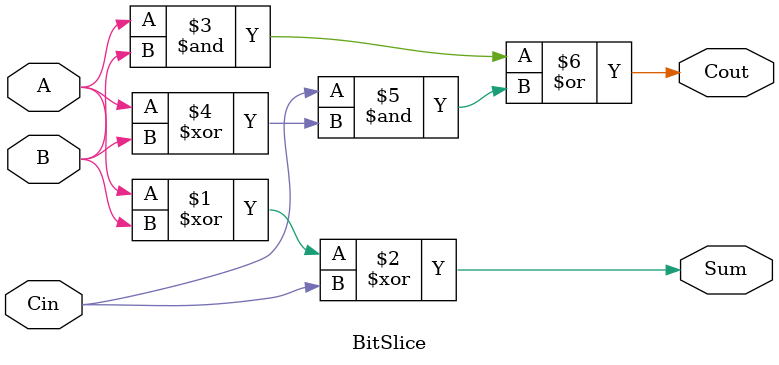
<source format=v>
`timescale 1ns / 1ps

module BitSlice(A, B, Cin, Sum, Cout);
  input A, B, Cin;
  output Sum, Cout;

  assign Sum = A ^ B ^ Cin;
  assign Cout = (A & B) | (Cin & (A ^ B));
endmodule


</source>
